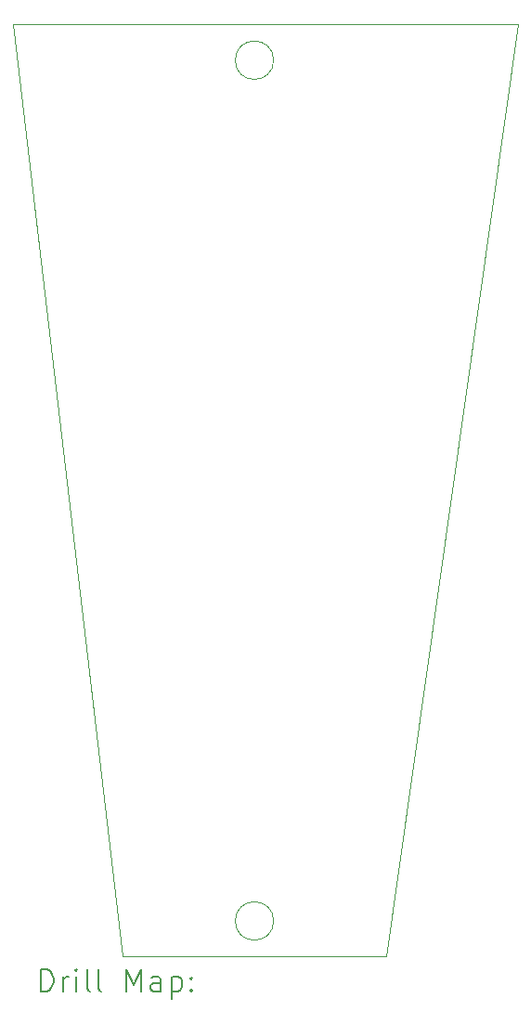
<source format=gbr>
%TF.GenerationSoftware,KiCad,Pcbnew,6.0.11-2627ca5db0~126~ubuntu22.04.1*%
%TF.CreationDate,2023-10-21T17:05:46+02:00*%
%TF.ProjectId,CC_LED_Driver,43435f4c-4544-45f4-9472-697665722e6b,rev?*%
%TF.SameCoordinates,Original*%
%TF.FileFunction,Drillmap*%
%TF.FilePolarity,Positive*%
%FSLAX45Y45*%
G04 Gerber Fmt 4.5, Leading zero omitted, Abs format (unit mm)*
G04 Created by KiCad (PCBNEW 6.0.11-2627ca5db0~126~ubuntu22.04.1) date 2023-10-21 17:05:46*
%MOMM*%
%LPD*%
G01*
G04 APERTURE LIST*
%ADD10C,0.100000*%
%ADD11C,0.200000*%
G04 APERTURE END LIST*
D10*
X11250000Y-14600000D02*
X10250000Y-6100000D01*
X12625000Y-6425000D02*
G75*
G03*
X12625000Y-6425000I-175000J0D01*
G01*
X14850000Y-6100000D02*
X10250000Y-6100000D01*
X13650000Y-14600000D02*
X14850000Y-6100000D01*
X12625000Y-14275000D02*
G75*
G03*
X12625000Y-14275000I-175000J0D01*
G01*
X11250000Y-14600000D02*
X13650000Y-14600000D01*
D11*
X10502619Y-14915476D02*
X10502619Y-14715476D01*
X10550238Y-14715476D01*
X10578810Y-14725000D01*
X10597857Y-14744048D01*
X10607381Y-14763095D01*
X10616905Y-14801190D01*
X10616905Y-14829762D01*
X10607381Y-14867857D01*
X10597857Y-14886905D01*
X10578810Y-14905952D01*
X10550238Y-14915476D01*
X10502619Y-14915476D01*
X10702619Y-14915476D02*
X10702619Y-14782143D01*
X10702619Y-14820238D02*
X10712143Y-14801190D01*
X10721667Y-14791667D01*
X10740714Y-14782143D01*
X10759762Y-14782143D01*
X10826429Y-14915476D02*
X10826429Y-14782143D01*
X10826429Y-14715476D02*
X10816905Y-14725000D01*
X10826429Y-14734524D01*
X10835952Y-14725000D01*
X10826429Y-14715476D01*
X10826429Y-14734524D01*
X10950238Y-14915476D02*
X10931190Y-14905952D01*
X10921667Y-14886905D01*
X10921667Y-14715476D01*
X11055000Y-14915476D02*
X11035952Y-14905952D01*
X11026429Y-14886905D01*
X11026429Y-14715476D01*
X11283571Y-14915476D02*
X11283571Y-14715476D01*
X11350238Y-14858333D01*
X11416905Y-14715476D01*
X11416905Y-14915476D01*
X11597857Y-14915476D02*
X11597857Y-14810714D01*
X11588333Y-14791667D01*
X11569286Y-14782143D01*
X11531190Y-14782143D01*
X11512143Y-14791667D01*
X11597857Y-14905952D02*
X11578809Y-14915476D01*
X11531190Y-14915476D01*
X11512143Y-14905952D01*
X11502619Y-14886905D01*
X11502619Y-14867857D01*
X11512143Y-14848809D01*
X11531190Y-14839286D01*
X11578809Y-14839286D01*
X11597857Y-14829762D01*
X11693095Y-14782143D02*
X11693095Y-14982143D01*
X11693095Y-14791667D02*
X11712143Y-14782143D01*
X11750238Y-14782143D01*
X11769286Y-14791667D01*
X11778809Y-14801190D01*
X11788333Y-14820238D01*
X11788333Y-14877381D01*
X11778809Y-14896428D01*
X11769286Y-14905952D01*
X11750238Y-14915476D01*
X11712143Y-14915476D01*
X11693095Y-14905952D01*
X11874048Y-14896428D02*
X11883571Y-14905952D01*
X11874048Y-14915476D01*
X11864524Y-14905952D01*
X11874048Y-14896428D01*
X11874048Y-14915476D01*
X11874048Y-14791667D02*
X11883571Y-14801190D01*
X11874048Y-14810714D01*
X11864524Y-14801190D01*
X11874048Y-14791667D01*
X11874048Y-14810714D01*
M02*

</source>
